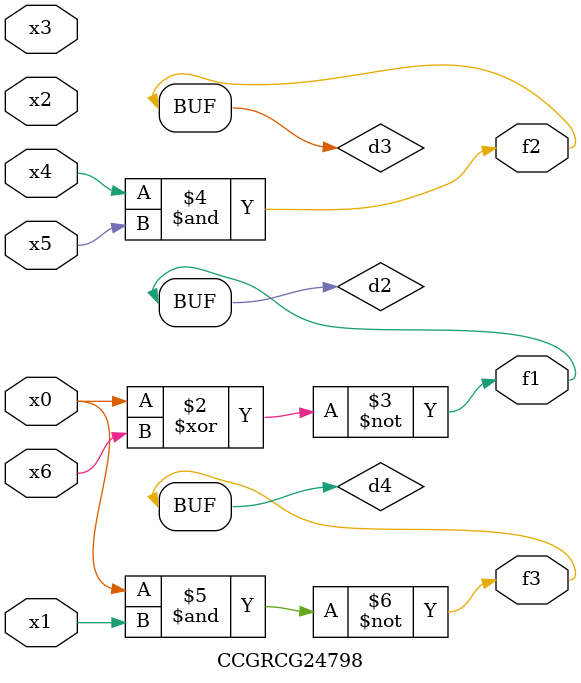
<source format=v>
module CCGRCG24798(
	input x0, x1, x2, x3, x4, x5, x6,
	output f1, f2, f3
);

	wire d1, d2, d3, d4;

	nor (d1, x0);
	xnor (d2, x0, x6);
	and (d3, x4, x5);
	nand (d4, x0, x1);
	assign f1 = d2;
	assign f2 = d3;
	assign f3 = d4;
endmodule

</source>
